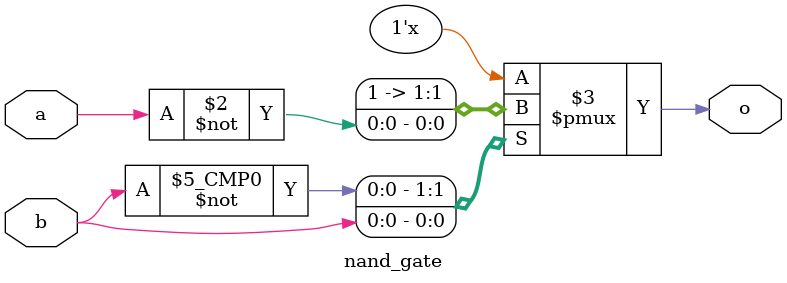
<source format=v>
module nand_gate(
  input a,b,
  output reg o
);
    always @(*) begin
        case (b)
           1'b0 : o = 1;
           1'b1 : o = ~a;
           endcase
        
    end
endmodule
</source>
